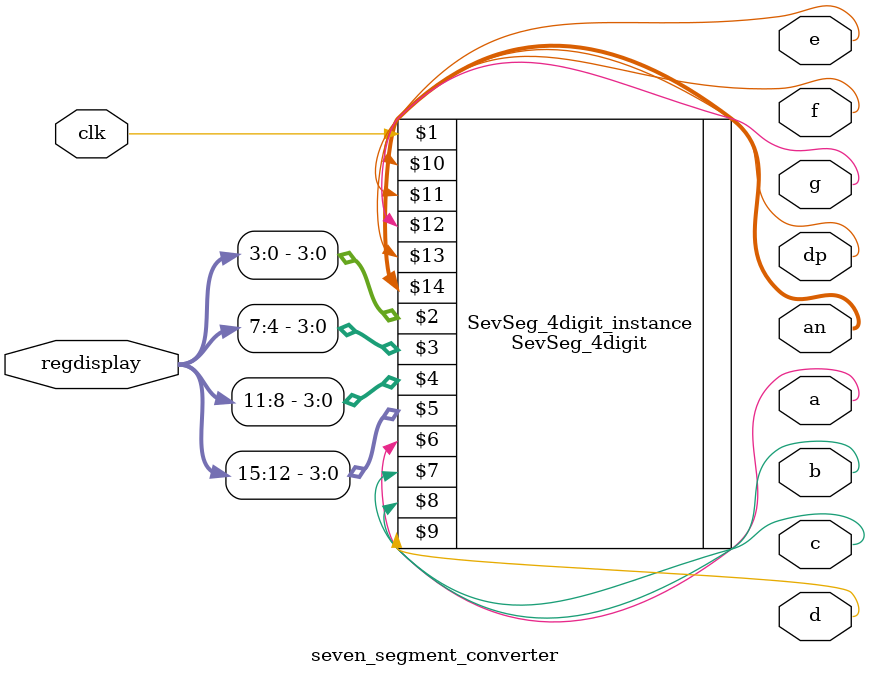
<source format=sv>
`timescale 1ns / 1ps


module seven_segment_converter(clk,regdisplay,a, b, c, d, e, f, g, dp, an );
    input clk;

    output a;
    output b;
    output c;
    output d;
    output e;
    output f;
    output g;
    output dp;
    output [3:0] an;
    
    input [15:0] regdisplay;
    wire a;
    wire b;
    wire c;
    wire d;
    wire e;
    wire f;
    wire g;
    wire dp;
    wire  [3:0] an;    

    wire [15:0] regdisplay;
    
SevSeg_4digit SevSeg_4digit_instance(clk,regdisplay[3:0],regdisplay[7:4],regdisplay[11:8],regdisplay[15:12],a, b, c, d, e, f, g, dp, an );   
       

    
endmodule

</source>
